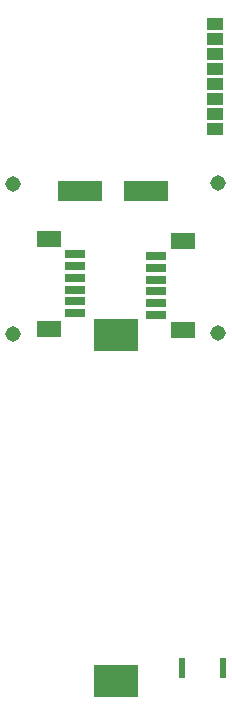
<source format=gts>
G75*
%MOIN*%
%OFA0B0*%
%FSLAX25Y25*%
%IPPOS*%
%LPD*%
%AMOC8*
5,1,8,0,0,1.08239X$1,22.5*
%
%ADD10R,0.02362X0.06693*%
%ADD11C,0.05162*%
%ADD12R,0.14973X0.11036*%
%ADD13R,0.05800X0.04343*%
%ADD14R,0.14580X0.07099*%
%ADD15R,0.06902X0.03162*%
%ADD16R,0.07887X0.05524*%
D10*
X0068592Y0020149D03*
X0082371Y0020149D03*
D11*
X0080618Y0131912D03*
X0080618Y0181912D03*
X0012405Y0181439D03*
X0012405Y0131439D03*
D12*
X0046772Y0015653D03*
X0046772Y0131008D03*
D13*
X0079534Y0199906D03*
X0079534Y0204906D03*
X0079534Y0209906D03*
X0079534Y0214906D03*
X0079534Y0219906D03*
X0079534Y0224906D03*
X0079534Y0229906D03*
X0079534Y0234906D03*
D14*
X0056761Y0179154D03*
X0034713Y0179154D03*
D15*
X0032978Y0158061D03*
X0032978Y0154124D03*
X0032978Y0150187D03*
X0032978Y0146250D03*
X0032978Y0142313D03*
X0032978Y0138376D03*
X0060078Y0137761D03*
X0060078Y0141698D03*
X0060078Y0145635D03*
X0060078Y0149572D03*
X0060078Y0153509D03*
X0060078Y0157446D03*
D16*
X0068838Y0162564D03*
X0068838Y0132643D03*
X0024218Y0133258D03*
X0024218Y0163179D03*
M02*

</source>
